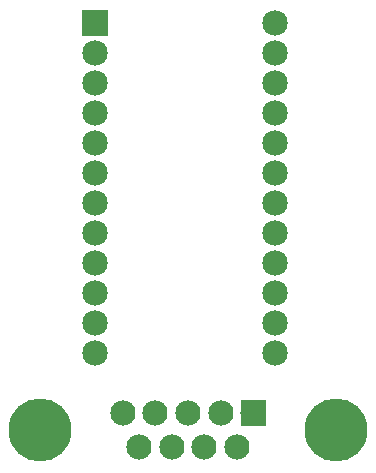
<source format=gts>
G04 MADE WITH FRITZING*
G04 WWW.FRITZING.ORG*
G04 DOUBLE SIDED*
G04 HOLES PLATED*
G04 CONTOUR ON CENTER OF CONTOUR VECTOR*
%ASAXBY*%
%FSLAX23Y23*%
%MOIN*%
%OFA0B0*%
%SFA1.0B1.0*%
%ADD10C,0.084000*%
%ADD11C,0.210000*%
%ADD12C,0.085000*%
%ADD13R,0.085000X0.085000*%
%ADD14R,0.001000X0.001000*%
%LNMASK1*%
G90*
G70*
G54D10*
X843Y186D03*
X734Y186D03*
X625Y186D03*
X516Y186D03*
X407Y186D03*
X788Y74D03*
X679Y74D03*
X570Y74D03*
X461Y74D03*
G54D11*
X1117Y130D03*
X133Y130D03*
G54D10*
X843Y186D03*
X734Y186D03*
X625Y186D03*
X516Y186D03*
X407Y186D03*
X788Y74D03*
X679Y74D03*
X570Y74D03*
X461Y74D03*
G54D11*
X1117Y130D03*
X133Y130D03*
G54D12*
X314Y1486D03*
X914Y1486D03*
X314Y1386D03*
X914Y1386D03*
X314Y1286D03*
X914Y1286D03*
X314Y1186D03*
X914Y1186D03*
X314Y1086D03*
X914Y1086D03*
X314Y986D03*
X914Y986D03*
X314Y886D03*
X914Y886D03*
X314Y786D03*
X914Y786D03*
X314Y686D03*
X914Y686D03*
X314Y586D03*
X914Y586D03*
X314Y486D03*
X914Y486D03*
X314Y386D03*
X914Y386D03*
G54D13*
X314Y1486D03*
G54D14*
X801Y229D02*
X884Y229D01*
X801Y228D02*
X884Y228D01*
X801Y227D02*
X884Y227D01*
X801Y226D02*
X884Y226D01*
X801Y225D02*
X884Y225D01*
X801Y224D02*
X884Y224D01*
X801Y223D02*
X884Y223D01*
X801Y222D02*
X884Y222D01*
X801Y221D02*
X884Y221D01*
X801Y220D02*
X884Y220D01*
X801Y219D02*
X884Y219D01*
X801Y218D02*
X884Y218D01*
X801Y217D02*
X884Y217D01*
X801Y216D02*
X884Y216D01*
X801Y215D02*
X884Y215D01*
X801Y214D02*
X884Y214D01*
X801Y213D02*
X884Y213D01*
X801Y212D02*
X884Y212D01*
X801Y211D02*
X884Y211D01*
X801Y210D02*
X884Y210D01*
X801Y209D02*
X884Y209D01*
X801Y208D02*
X884Y208D01*
X801Y207D02*
X884Y207D01*
X801Y206D02*
X884Y206D01*
X801Y205D02*
X884Y205D01*
X801Y204D02*
X884Y204D01*
X801Y203D02*
X884Y203D01*
X801Y202D02*
X837Y202D01*
X847Y202D02*
X884Y202D01*
X801Y201D02*
X835Y201D01*
X850Y201D02*
X884Y201D01*
X801Y200D02*
X833Y200D01*
X852Y200D02*
X884Y200D01*
X801Y199D02*
X832Y199D01*
X853Y199D02*
X884Y199D01*
X801Y198D02*
X831Y198D01*
X854Y198D02*
X884Y198D01*
X801Y197D02*
X830Y197D01*
X855Y197D02*
X884Y197D01*
X801Y196D02*
X829Y196D01*
X855Y196D02*
X884Y196D01*
X801Y195D02*
X828Y195D01*
X856Y195D02*
X884Y195D01*
X801Y194D02*
X828Y194D01*
X856Y194D02*
X884Y194D01*
X801Y193D02*
X828Y193D01*
X857Y193D02*
X884Y193D01*
X801Y192D02*
X827Y192D01*
X857Y192D02*
X884Y192D01*
X801Y191D02*
X827Y191D01*
X857Y191D02*
X884Y191D01*
X801Y190D02*
X827Y190D01*
X858Y190D02*
X884Y190D01*
X801Y189D02*
X827Y189D01*
X858Y189D02*
X884Y189D01*
X801Y188D02*
X827Y188D01*
X858Y188D02*
X884Y188D01*
X801Y187D02*
X827Y187D01*
X858Y187D02*
X884Y187D01*
X801Y186D02*
X827Y186D01*
X858Y186D02*
X884Y186D01*
X801Y185D02*
X827Y185D01*
X858Y185D02*
X884Y185D01*
X801Y184D02*
X827Y184D01*
X857Y184D02*
X884Y184D01*
X801Y183D02*
X827Y183D01*
X857Y183D02*
X884Y183D01*
X801Y182D02*
X828Y182D01*
X857Y182D02*
X884Y182D01*
X801Y181D02*
X828Y181D01*
X856Y181D02*
X884Y181D01*
X801Y180D02*
X829Y180D01*
X856Y180D02*
X884Y180D01*
X801Y179D02*
X829Y179D01*
X855Y179D02*
X884Y179D01*
X801Y178D02*
X830Y178D01*
X855Y178D02*
X884Y178D01*
X801Y177D02*
X831Y177D01*
X854Y177D02*
X884Y177D01*
X801Y176D02*
X832Y176D01*
X853Y176D02*
X884Y176D01*
X801Y175D02*
X833Y175D01*
X851Y175D02*
X884Y175D01*
X801Y174D02*
X835Y174D01*
X849Y174D02*
X884Y174D01*
X801Y173D02*
X838Y173D01*
X846Y173D02*
X884Y173D01*
X801Y172D02*
X884Y172D01*
X801Y171D02*
X884Y171D01*
X801Y170D02*
X884Y170D01*
X801Y169D02*
X884Y169D01*
X801Y168D02*
X884Y168D01*
X801Y167D02*
X884Y167D01*
X801Y166D02*
X884Y166D01*
X801Y165D02*
X884Y165D01*
X801Y164D02*
X884Y164D01*
X801Y163D02*
X884Y163D01*
X801Y162D02*
X884Y162D01*
X801Y161D02*
X884Y161D01*
X801Y160D02*
X884Y160D01*
X801Y159D02*
X884Y159D01*
X801Y158D02*
X884Y158D01*
X801Y157D02*
X884Y157D01*
X801Y156D02*
X884Y156D01*
X801Y155D02*
X884Y155D01*
X801Y154D02*
X884Y154D01*
X801Y153D02*
X884Y153D01*
X801Y152D02*
X884Y152D01*
X801Y151D02*
X884Y151D01*
X801Y150D02*
X884Y150D01*
X801Y149D02*
X884Y149D01*
X801Y148D02*
X884Y148D01*
X801Y147D02*
X884Y147D01*
X801Y146D02*
X884Y146D01*
D02*
G04 End of Mask1*
M02*
</source>
